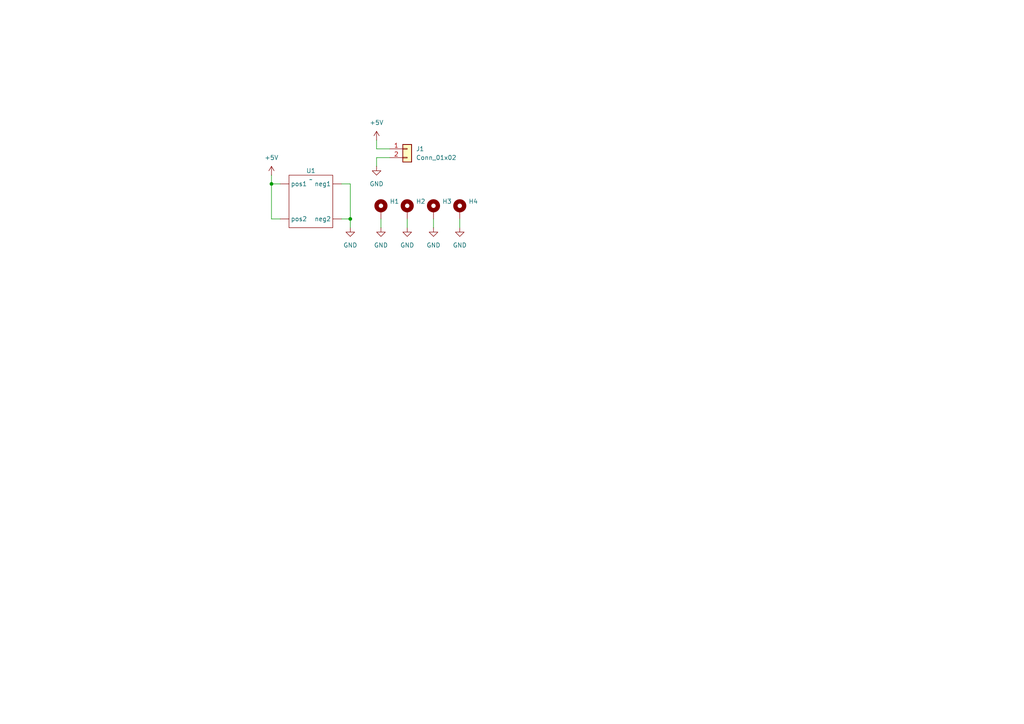
<source format=kicad_sch>
(kicad_sch (version 20231120) (generator "eeschema") (generator_version "8.0")
  (paper "A4")
  (lib_symbols
    (symbol "Connector_Generic:Conn_01x02" (pin_names (offset 1.016) hide)
      (property "Reference" "J" (at 0 2.54 0))
      (property "Value" "Conn_01x02" (at 0 -5.08 0))
      (symbol "Conn_01x02_1_1"
        (rectangle (start -1.27 -2.413) (end 0 -2.667) (stroke (width 0.1524)))
        (rectangle (start -1.27 0.127) (end 0 -0.127) (stroke (width 0.1524)))
        (rectangle (start -1.27 1.27) (end 1.27 -3.81) (stroke (width 0.254)) (fill (type background)))
        (pin passive line (at -5.08 0 0) (length 3.81) (name "Pin_1") (number "1"))
        (pin passive line (at -5.08 -2.54 0) (length 3.81) (name "Pin_2") (number "2"))
      )
    )
    (symbol "Mechanical:MountingHole_Pad" (pin_numbers hide) (pin_names (offset 1.016) hide)
      (property "Reference" "H" (at 0 6.35 0))
      (property "Value" "MountingHole_Pad" (at 0 4.445 0))
      (symbol "MountingHole_Pad_0_1"
        (circle (center 0 1.27) (radius 1.27) (stroke (width 1.27)))
      )
      (symbol "MountingHole_Pad_1_1"
        (pin input line (at 0 -2.54 90) (length 2.54) (name "1") (number "1"))
      )
    )
    (symbol "power:+5V" (power) (pin_numbers hide) (pin_names (offset 0) hide)
      (property "Value" "+5V" (at 0 3.556 0))
      (symbol "+5V_0_1"
        (polyline (pts (xy -0.762 1.27) (xy 0 2.54)))
        (polyline (pts (xy 0 0) (xy 0 2.54)))
        (polyline (pts (xy 0 2.54) (xy 0.762 1.27)))
      )
      (symbol "+5V_1_1"
        (pin power_in line (at 0 0 90) (length 0) (name "~") (number "1"))
      )
    )
    (symbol "power:GND" (power) (pin_numbers hide) (pin_names (offset 0) hide)
      (property "Value" "GND" (at 0 -3.81 0))
      (symbol "GND_0_1"
        (polyline (pts (xy 0 0) (xy 0 -1.27) (xy 1.27 -1.27) (xy 0 -2.54) (xy -1.27 -1.27) (xy 0 -1.27)))
      )
      (symbol "GND_1_1"
        (pin power_in line (at 0 0 270) (length 0) (name "~") (number "1"))
      )
    )
    (symbol "solar:solar_cell"
      (property "Reference" "U" (at 0 8.636 0))
      (symbol "solar_cell_0_1"
        (rectangle (start -6.35 7.62) (end 6.35 -7.62))
      )
      (symbol "solar_cell_1_1"
        (pin output line (at 8.89 5.08 180) (length 2.54) (name "neg1") (number ""))
        (pin output line (at 8.89 -5.08 180) (length 2.54) (name "neg2") (number ""))
        (pin input line (at -8.89 5.08 0) (length 2.54) (name "pos1") (number ""))
        (pin input line (at -8.89 -5.08 0) (length 2.54) (name "pos2") (number ""))
      )
    )
  )
  (junction (at 101.6 63.5))
  (junction (at 78.74 53.34))
  (wire (pts (xy 118.11 63.5) (xy 118.11 66.04)))
  (wire (pts (xy 78.74 63.5) (xy 81.28 63.5)))
  (wire (pts (xy 133.35 63.5) (xy 133.35 66.04)))
  (wire (pts (xy 78.74 53.34) (xy 78.74 63.5)))
  (wire (pts (xy 109.22 43.18) (xy 113.03 43.18)))
  (wire (pts (xy 125.73 63.5) (xy 125.73 66.04)))
  (wire (pts (xy 99.06 53.34) (xy 101.6 53.34)))
  (wire (pts (xy 101.6 63.5) (xy 101.6 66.04)))
  (wire (pts (xy 109.22 45.72) (xy 109.22 48.26)))
  (wire (pts (xy 101.6 53.34) (xy 101.6 63.5)))
  (wire (pts (xy 99.06 63.5) (xy 101.6 63.5)))
  (wire (pts (xy 110.49 63.5) (xy 110.49 66.04)))
  (wire (pts (xy 109.22 45.72) (xy 113.03 45.72)))
  (wire (pts (xy 109.22 40.64) (xy 109.22 43.18)))
  (wire (pts (xy 78.74 53.34) (xy 81.28 53.34)))
  (wire (pts (xy 78.74 50.8) (xy 78.74 53.34)))
  (symbol (lib_id "power:GND") (at 101.6 66.04 0) (unit 1)
    (property "Reference" "#PWR02" (effects (hide yes)))
    (property "Value" "GND" (at 101.6 71.12 0))
    (property "Description" "Power symbol creates a global label with name \"GND\" , ground" (effects (hide yes)))
  )
  (symbol (lib_id "Mechanical:MountingHole_Pad") (at 125.73 60.96 0) (unit 1)
    (property "Reference" "H3" (at 128.27 58.4199 0) (effects (justify left)))
    (property "Value" "MountingHole_Pad" (effects (hide yes)))
    (property "Footprint" "MountingHole:MountingHole_2.2mm_M2_Pad" (effects (hide yes)))
    (property "Description" "Mounting Hole with connection" (effects (hide yes)))
  )
  (symbol (lib_id "power:GND") (at 118.11 66.04 0) (unit 1)
    (property "Reference" "#PWR06" (effects (hide yes)))
    (property "Value" "GND" (at 118.11 71.12 0))
    (property "Description" "Power symbol creates a global label with name \"GND\" , ground" (effects (hide yes)))
  )
  (symbol (lib_id "solar:solar_cell") (at 90.17 58.42 0) (unit 1)
    (property "Reference" "U1" (at 90.17 49.53 0))
    (property "Value" "~" (at 90.17 52.07 0))
    (property "Footprint" "solar:Solar" (effects (hide yes)))
    (property "Description" "Solar Cell" (effects (hide yes)))
  )
  (symbol (lib_id "power:+5V") (at 78.74 50.8 0) (unit 1)
    (property "Reference" "#PWR01" (effects (hide yes)))
    (property "Value" "+5V" (at 78.74 45.72 0))
    (property "Description" "Power symbol creates a global label with name \"+5V\"" (effects (hide yes)))
  )
  (symbol (lib_id "Connector_Generic:Conn_01x02") (at 118.11 43.18 0) (unit 1)
    (property "Reference" "J1" (at 120.65 43.1799 0) (effects (justify left)))
    (property "Value" "Conn_01x02" (at 120.65 45.7199 0) (effects (justify left)))
    (property "Footprint" "Connector_PinHeader_2.54mm:PinHeader_1x02_P2.54mm_Vertical" (effects (hide yes)))
    (property "Description" "Generic connector, single row, 01x02, script generated (kicad-library-utils/schlib/autogen/connector/)" (effects (hide yes)))
  )
  (symbol (lib_id "Mechanical:MountingHole_Pad") (at 118.11 60.96 0) (unit 1)
    (property "Reference" "H2" (at 120.65 58.4199 0) (effects (justify left)))
    (property "Value" "MountingHole_Pad" (effects (hide yes)))
    (property "Footprint" "MountingHole:MountingHole_2.2mm_M2_Pad" (effects (hide yes)))
    (property "Description" "Mounting Hole with connection" (effects (hide yes)))
  )
  (symbol (lib_id "power:GND") (at 110.49 66.04 0) (unit 1)
    (property "Reference" "#PWR05" (effects (hide yes)))
    (property "Value" "GND" (at 110.49 71.12 0))
    (property "Description" "Power symbol creates a global label with name \"GND\" , ground" (effects (hide yes)))
  )
  (symbol (lib_id "power:GND") (at 133.35 66.04 0) (unit 1)
    (property "Reference" "#PWR08" (effects (hide yes)))
    (property "Value" "GND" (at 133.35 71.12 0))
    (property "Description" "Power symbol creates a global label with name \"GND\" , ground" (effects (hide yes)))
  )
  (symbol (lib_id "power:GND") (at 125.73 66.04 0) (unit 1)
    (property "Reference" "#PWR07" (effects (hide yes)))
    (property "Value" "GND" (at 125.73 71.12 0))
    (property "Description" "Power symbol creates a global label with name \"GND\" , ground" (effects (hide yes)))
  )
  (symbol (lib_id "Mechanical:MountingHole_Pad") (at 133.35 60.96 0) (unit 1)
    (property "Reference" "H4" (at 135.89 58.4199 0) (effects (justify left)))
    (property "Value" "MountingHole_Pad" (effects (hide yes)))
    (property "Footprint" "MountingHole:MountingHole_2.2mm_M2_Pad" (effects (hide yes)))
    (property "Description" "Mounting Hole with connection" (effects (hide yes)))
  )
  (symbol (lib_id "power:GND") (at 109.22 48.26 0) (unit 1)
    (property "Reference" "#PWR04" (effects (hide yes)))
    (property "Value" "GND" (at 109.22 53.34 0))
    (property "Description" "Power symbol creates a global label with name \"GND\" , ground" (effects (hide yes)))
  )
  (symbol (lib_id "power:+5V") (at 109.22 40.64 0) (unit 1)
    (property "Reference" "#PWR03" (effects (hide yes)))
    (property "Value" "+5V" (at 109.22 35.56 0))
    (property "Description" "Power symbol creates a global label with name \"+5V\"" (effects (hide yes)))
  )
  (symbol (lib_id "Mechanical:MountingHole_Pad") (at 110.49 60.96 0) (unit 1)
    (property "Reference" "H1" (at 113.03 58.4199 0) (effects (justify left)))
    (property "Value" "MountingHole_Pad" (effects (hide yes)))
    (property "Footprint" "MountingHole:MountingHole_2.2mm_M2_Pad" (effects (hide yes)))
    (property "Description" "Mounting Hole with connection" (effects (hide yes)))
  )
)
</source>
